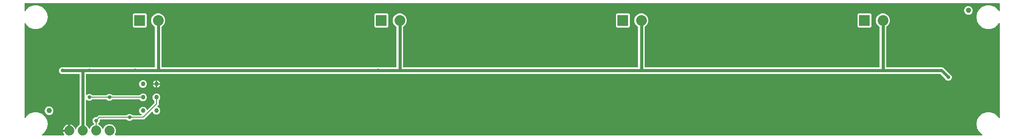
<source format=gbl>
G04 EAGLE Gerber RS-274X export*
G75*
%MOMM*%
%FSLAX34Y34*%
%LPD*%
%INBottom Copper*%
%IPPOS*%
%AMOC8*
5,1,8,0,0,1.08239X$1,22.5*%
G01*
%ADD10C,1.000000*%
%ADD11C,1.879600*%
%ADD12C,0.863600*%
%ADD13R,2.032000X2.032000*%
%ADD14C,2.032000*%
%ADD15C,0.736600*%
%ADD16C,0.203200*%
%ADD17C,0.609600*%

G36*
X78515Y4078D02*
X78515Y4078D01*
X78607Y4081D01*
X78656Y4097D01*
X78706Y4105D01*
X78790Y4142D01*
X78877Y4171D01*
X78919Y4200D01*
X78965Y4221D01*
X79035Y4280D01*
X79111Y4332D01*
X79143Y4372D01*
X79182Y4404D01*
X79233Y4481D01*
X79292Y4552D01*
X79312Y4599D01*
X79340Y4641D01*
X79368Y4729D01*
X79404Y4813D01*
X79410Y4864D01*
X79426Y4912D01*
X79428Y5004D01*
X79439Y5095D01*
X79432Y5146D01*
X79433Y5196D01*
X79410Y5285D01*
X79395Y5376D01*
X79375Y5416D01*
X79361Y5471D01*
X79280Y5608D01*
X79246Y5677D01*
X78689Y6443D01*
X77836Y8117D01*
X77255Y9904D01*
X77134Y10669D01*
X87884Y10669D01*
X87942Y10677D01*
X88000Y10675D01*
X88082Y10697D01*
X88165Y10709D01*
X88219Y10733D01*
X88275Y10747D01*
X88348Y10790D01*
X88425Y10825D01*
X88469Y10863D01*
X88520Y10893D01*
X88577Y10954D01*
X88642Y11009D01*
X88674Y11057D01*
X88714Y11100D01*
X88753Y11175D01*
X88799Y11245D01*
X88817Y11301D01*
X88844Y11353D01*
X88855Y11421D01*
X88885Y11516D01*
X88888Y11616D01*
X88899Y11684D01*
X88899Y12701D01*
X89916Y12701D01*
X89974Y12709D01*
X90032Y12708D01*
X90114Y12729D01*
X90197Y12741D01*
X90251Y12765D01*
X90307Y12779D01*
X90380Y12822D01*
X90457Y12857D01*
X90502Y12895D01*
X90552Y12925D01*
X90610Y12986D01*
X90674Y13041D01*
X90706Y13089D01*
X90746Y13132D01*
X90785Y13207D01*
X90831Y13277D01*
X90849Y13333D01*
X90876Y13385D01*
X90887Y13453D01*
X90917Y13548D01*
X90920Y13648D01*
X90931Y13716D01*
X90931Y24466D01*
X91696Y24345D01*
X93483Y23764D01*
X95157Y22911D01*
X96678Y21806D01*
X98006Y20478D01*
X99111Y18957D01*
X99964Y17283D01*
X100328Y16163D01*
X100358Y16101D01*
X100379Y16035D01*
X100420Y15974D01*
X100453Y15908D01*
X100499Y15857D01*
X100538Y15799D01*
X100594Y15752D01*
X100643Y15697D01*
X100702Y15661D01*
X100755Y15616D01*
X100822Y15586D01*
X100885Y15547D01*
X100952Y15529D01*
X101015Y15501D01*
X101088Y15491D01*
X101159Y15471D01*
X101228Y15471D01*
X101297Y15462D01*
X101369Y15472D01*
X101443Y15473D01*
X101510Y15493D01*
X101578Y15502D01*
X101645Y15533D01*
X101716Y15554D01*
X101774Y15591D01*
X101837Y15620D01*
X101893Y15667D01*
X101955Y15707D01*
X102001Y15759D01*
X102053Y15804D01*
X102086Y15857D01*
X102143Y15921D01*
X102192Y16025D01*
X102231Y16089D01*
X103748Y19751D01*
X107249Y23252D01*
X107576Y23387D01*
X107578Y23388D01*
X107579Y23388D01*
X107697Y23458D01*
X107821Y23532D01*
X107822Y23533D01*
X107824Y23534D01*
X107919Y23635D01*
X108017Y23738D01*
X108017Y23740D01*
X108018Y23741D01*
X108081Y23863D01*
X108147Y23991D01*
X108147Y23993D01*
X108148Y23994D01*
X108150Y24009D01*
X108187Y24194D01*
X108189Y24202D01*
X108189Y24208D01*
X108202Y24270D01*
X108199Y24301D01*
X108203Y24325D01*
X108203Y119888D01*
X108195Y119946D01*
X108197Y120004D01*
X108175Y120086D01*
X108163Y120170D01*
X108140Y120223D01*
X108125Y120279D01*
X108082Y120352D01*
X108047Y120429D01*
X108009Y120474D01*
X107980Y120524D01*
X107918Y120582D01*
X107864Y120646D01*
X107815Y120678D01*
X107772Y120718D01*
X107697Y120757D01*
X107627Y120804D01*
X107571Y120821D01*
X107519Y120848D01*
X107451Y120859D01*
X107356Y120889D01*
X107256Y120892D01*
X107188Y120903D01*
X79274Y120903D01*
X79243Y120899D01*
X79213Y120901D01*
X79136Y120884D01*
X78992Y120863D01*
X78934Y120837D01*
X78885Y120826D01*
X77539Y120268D01*
X74861Y120268D01*
X72387Y121293D01*
X70493Y123187D01*
X69468Y125661D01*
X69468Y128339D01*
X70493Y130813D01*
X72387Y132707D01*
X74861Y133732D01*
X77539Y133732D01*
X78885Y133174D01*
X78915Y133166D01*
X78943Y133152D01*
X79020Y133139D01*
X79161Y133103D01*
X79225Y133105D01*
X79274Y133097D01*
X123926Y133097D01*
X123957Y133101D01*
X123987Y133099D01*
X124064Y133116D01*
X124207Y133137D01*
X124266Y133163D01*
X124315Y133174D01*
X125661Y133732D01*
X128339Y133732D01*
X129685Y133174D01*
X129715Y133166D01*
X129743Y133152D01*
X129820Y133139D01*
X129961Y133103D01*
X130025Y133105D01*
X130074Y133097D01*
X210226Y133097D01*
X210257Y133101D01*
X210287Y133099D01*
X210364Y133116D01*
X210507Y133137D01*
X210566Y133163D01*
X210615Y133174D01*
X211961Y133732D01*
X214639Y133732D01*
X215985Y133174D01*
X216015Y133166D01*
X216043Y133152D01*
X216120Y133139D01*
X216261Y133103D01*
X216325Y133105D01*
X216374Y133097D01*
X250138Y133097D01*
X250196Y133105D01*
X250254Y133103D01*
X250336Y133125D01*
X250420Y133137D01*
X250473Y133160D01*
X250529Y133175D01*
X250602Y133218D01*
X250679Y133253D01*
X250724Y133291D01*
X250774Y133320D01*
X250832Y133382D01*
X250896Y133436D01*
X250928Y133485D01*
X250968Y133528D01*
X251007Y133603D01*
X251054Y133673D01*
X251071Y133729D01*
X251098Y133781D01*
X251109Y133849D01*
X251139Y133944D01*
X251142Y134044D01*
X251153Y134112D01*
X251153Y209800D01*
X251153Y209802D01*
X251153Y209803D01*
X251133Y209943D01*
X251113Y210081D01*
X251113Y210083D01*
X251113Y210084D01*
X251056Y210210D01*
X250997Y210341D01*
X250996Y210342D01*
X250995Y210344D01*
X250904Y210451D01*
X250814Y210558D01*
X250812Y210559D01*
X250811Y210560D01*
X250798Y210568D01*
X250577Y210715D01*
X250548Y210725D01*
X250527Y210738D01*
X249768Y211052D01*
X246052Y214768D01*
X244041Y219623D01*
X244041Y224877D01*
X246052Y229732D01*
X249768Y233448D01*
X254623Y235459D01*
X259877Y235459D01*
X264732Y233448D01*
X268448Y229732D01*
X270459Y224877D01*
X270459Y219623D01*
X268448Y214768D01*
X264732Y211052D01*
X263973Y210738D01*
X263972Y210737D01*
X263971Y210737D01*
X263852Y210667D01*
X263729Y210593D01*
X263728Y210592D01*
X263726Y210591D01*
X263629Y210487D01*
X263533Y210387D01*
X263533Y210385D01*
X263532Y210384D01*
X263467Y210258D01*
X263403Y210134D01*
X263403Y210132D01*
X263402Y210131D01*
X263400Y210116D01*
X263348Y209855D01*
X263351Y209825D01*
X263347Y209800D01*
X263347Y134112D01*
X263355Y134054D01*
X263353Y133996D01*
X263375Y133914D01*
X263387Y133830D01*
X263410Y133777D01*
X263425Y133721D01*
X263468Y133648D01*
X263503Y133571D01*
X263541Y133526D01*
X263570Y133476D01*
X263632Y133418D01*
X263686Y133354D01*
X263735Y133322D01*
X263778Y133282D01*
X263853Y133243D01*
X263923Y133196D01*
X263979Y133179D01*
X264031Y133152D01*
X264099Y133141D01*
X264194Y133111D01*
X264294Y133108D01*
X264362Y133097D01*
X670026Y133097D01*
X670057Y133101D01*
X670087Y133099D01*
X670164Y133116D01*
X670307Y133137D01*
X670366Y133163D01*
X670415Y133174D01*
X671761Y133732D01*
X674439Y133732D01*
X675785Y133174D01*
X675815Y133166D01*
X675843Y133152D01*
X675920Y133139D01*
X676061Y133103D01*
X676125Y133105D01*
X676174Y133097D01*
X707338Y133097D01*
X707396Y133105D01*
X707454Y133103D01*
X707536Y133125D01*
X707620Y133137D01*
X707673Y133160D01*
X707729Y133175D01*
X707802Y133218D01*
X707879Y133253D01*
X707924Y133291D01*
X707974Y133320D01*
X708032Y133382D01*
X708096Y133436D01*
X708128Y133485D01*
X708168Y133528D01*
X708207Y133603D01*
X708254Y133673D01*
X708271Y133729D01*
X708298Y133781D01*
X708309Y133849D01*
X708339Y133944D01*
X708342Y134044D01*
X708353Y134112D01*
X708353Y209800D01*
X708353Y209802D01*
X708353Y209803D01*
X708333Y209943D01*
X708313Y210081D01*
X708313Y210083D01*
X708313Y210084D01*
X708256Y210210D01*
X708197Y210341D01*
X708196Y210342D01*
X708195Y210344D01*
X708104Y210451D01*
X708014Y210558D01*
X708012Y210559D01*
X708011Y210560D01*
X707998Y210568D01*
X707777Y210715D01*
X707748Y210725D01*
X707727Y210738D01*
X706968Y211052D01*
X703252Y214768D01*
X701241Y219623D01*
X701241Y224877D01*
X703252Y229732D01*
X706968Y233448D01*
X711823Y235459D01*
X717077Y235459D01*
X721932Y233448D01*
X725648Y229732D01*
X727659Y224877D01*
X727659Y219623D01*
X725648Y214768D01*
X721932Y211052D01*
X721173Y210738D01*
X721172Y210737D01*
X721171Y210737D01*
X721052Y210667D01*
X720929Y210593D01*
X720928Y210592D01*
X720926Y210591D01*
X720829Y210487D01*
X720733Y210387D01*
X720733Y210385D01*
X720732Y210384D01*
X720667Y210258D01*
X720603Y210134D01*
X720603Y210132D01*
X720602Y210131D01*
X720600Y210116D01*
X720548Y209855D01*
X720551Y209825D01*
X720547Y209800D01*
X720547Y134112D01*
X720555Y134054D01*
X720553Y133996D01*
X720575Y133914D01*
X720587Y133830D01*
X720610Y133777D01*
X720625Y133721D01*
X720668Y133648D01*
X720703Y133571D01*
X720741Y133526D01*
X720770Y133476D01*
X720832Y133418D01*
X720886Y133354D01*
X720935Y133322D01*
X720978Y133282D01*
X721053Y133243D01*
X721123Y133196D01*
X721179Y133179D01*
X721231Y133152D01*
X721299Y133141D01*
X721394Y133111D01*
X721494Y133108D01*
X721562Y133097D01*
X1164538Y133097D01*
X1164596Y133105D01*
X1164654Y133103D01*
X1164736Y133125D01*
X1164820Y133137D01*
X1164873Y133160D01*
X1164929Y133175D01*
X1165002Y133218D01*
X1165079Y133253D01*
X1165124Y133291D01*
X1165174Y133320D01*
X1165232Y133382D01*
X1165296Y133436D01*
X1165328Y133485D01*
X1165368Y133528D01*
X1165407Y133603D01*
X1165454Y133673D01*
X1165471Y133729D01*
X1165498Y133781D01*
X1165509Y133849D01*
X1165539Y133944D01*
X1165542Y134044D01*
X1165553Y134112D01*
X1165553Y209800D01*
X1165553Y209802D01*
X1165553Y209803D01*
X1165533Y209943D01*
X1165513Y210081D01*
X1165513Y210083D01*
X1165513Y210084D01*
X1165456Y210210D01*
X1165397Y210341D01*
X1165396Y210342D01*
X1165395Y210344D01*
X1165304Y210451D01*
X1165214Y210558D01*
X1165212Y210559D01*
X1165211Y210560D01*
X1165198Y210568D01*
X1164977Y210715D01*
X1164948Y210725D01*
X1164927Y210738D01*
X1164168Y211052D01*
X1160452Y214768D01*
X1158441Y219623D01*
X1158441Y224877D01*
X1160452Y229732D01*
X1164168Y233448D01*
X1169023Y235459D01*
X1174277Y235459D01*
X1179132Y233448D01*
X1182848Y229732D01*
X1184859Y224877D01*
X1184859Y219623D01*
X1182848Y214768D01*
X1179132Y211052D01*
X1178373Y210738D01*
X1178372Y210737D01*
X1178371Y210737D01*
X1178252Y210667D01*
X1178129Y210593D01*
X1178128Y210592D01*
X1178126Y210591D01*
X1178029Y210487D01*
X1177933Y210387D01*
X1177933Y210385D01*
X1177932Y210384D01*
X1177867Y210258D01*
X1177803Y210134D01*
X1177803Y210132D01*
X1177802Y210131D01*
X1177800Y210116D01*
X1177748Y209855D01*
X1177751Y209825D01*
X1177747Y209800D01*
X1177747Y134112D01*
X1177755Y134054D01*
X1177753Y133996D01*
X1177775Y133914D01*
X1177787Y133830D01*
X1177810Y133777D01*
X1177825Y133721D01*
X1177868Y133648D01*
X1177903Y133571D01*
X1177941Y133526D01*
X1177970Y133476D01*
X1178032Y133418D01*
X1178086Y133354D01*
X1178135Y133322D01*
X1178178Y133282D01*
X1178253Y133243D01*
X1178323Y133196D01*
X1178379Y133179D01*
X1178431Y133152D01*
X1178499Y133141D01*
X1178594Y133111D01*
X1178694Y133108D01*
X1178762Y133097D01*
X1621738Y133097D01*
X1621796Y133105D01*
X1621854Y133103D01*
X1621936Y133125D01*
X1622020Y133137D01*
X1622073Y133160D01*
X1622129Y133175D01*
X1622202Y133218D01*
X1622279Y133253D01*
X1622324Y133291D01*
X1622374Y133320D01*
X1622432Y133382D01*
X1622496Y133436D01*
X1622528Y133485D01*
X1622568Y133528D01*
X1622607Y133603D01*
X1622654Y133673D01*
X1622671Y133729D01*
X1622698Y133781D01*
X1622709Y133849D01*
X1622739Y133944D01*
X1622742Y134044D01*
X1622753Y134112D01*
X1622753Y209800D01*
X1622753Y209802D01*
X1622753Y209803D01*
X1622733Y209943D01*
X1622713Y210081D01*
X1622713Y210083D01*
X1622713Y210084D01*
X1622656Y210210D01*
X1622597Y210341D01*
X1622596Y210342D01*
X1622595Y210344D01*
X1622504Y210451D01*
X1622414Y210558D01*
X1622412Y210559D01*
X1622411Y210560D01*
X1622398Y210568D01*
X1622177Y210715D01*
X1622148Y210725D01*
X1622127Y210738D01*
X1621368Y211052D01*
X1617652Y214768D01*
X1615641Y219623D01*
X1615641Y224877D01*
X1617652Y229732D01*
X1621368Y233448D01*
X1626223Y235459D01*
X1631477Y235459D01*
X1636332Y233448D01*
X1640048Y229732D01*
X1642059Y224877D01*
X1642059Y219623D01*
X1640048Y214768D01*
X1636332Y211052D01*
X1635573Y210738D01*
X1635572Y210737D01*
X1635571Y210737D01*
X1635452Y210667D01*
X1635329Y210593D01*
X1635328Y210592D01*
X1635326Y210591D01*
X1635229Y210487D01*
X1635133Y210387D01*
X1635133Y210385D01*
X1635132Y210384D01*
X1635067Y210258D01*
X1635003Y210134D01*
X1635003Y210132D01*
X1635002Y210131D01*
X1635000Y210116D01*
X1634948Y209855D01*
X1634951Y209825D01*
X1634947Y209800D01*
X1634947Y134112D01*
X1634955Y134054D01*
X1634953Y133996D01*
X1634975Y133914D01*
X1634987Y133830D01*
X1635010Y133777D01*
X1635025Y133721D01*
X1635068Y133648D01*
X1635103Y133571D01*
X1635141Y133526D01*
X1635170Y133476D01*
X1635232Y133418D01*
X1635286Y133354D01*
X1635335Y133322D01*
X1635378Y133282D01*
X1635453Y133243D01*
X1635523Y133196D01*
X1635579Y133179D01*
X1635631Y133152D01*
X1635699Y133141D01*
X1635794Y133111D01*
X1635894Y133108D01*
X1635962Y133097D01*
X1741113Y133097D01*
X1743354Y132169D01*
X1754737Y120785D01*
X1754762Y120766D01*
X1754782Y120743D01*
X1754849Y120701D01*
X1754965Y120614D01*
X1755025Y120591D01*
X1755067Y120565D01*
X1756413Y120007D01*
X1758307Y118113D01*
X1759332Y115639D01*
X1759332Y112961D01*
X1758307Y110487D01*
X1756413Y108593D01*
X1753939Y107568D01*
X1751261Y107568D01*
X1748787Y108593D01*
X1746893Y110487D01*
X1746335Y111833D01*
X1746320Y111860D01*
X1746310Y111889D01*
X1746265Y111953D01*
X1746191Y112078D01*
X1746144Y112122D01*
X1746115Y112163D01*
X1737672Y120606D01*
X1737602Y120658D01*
X1737538Y120718D01*
X1737489Y120744D01*
X1737445Y120777D01*
X1737363Y120808D01*
X1737285Y120848D01*
X1737238Y120856D01*
X1737179Y120878D01*
X1737031Y120890D01*
X1736954Y120903D01*
X676174Y120903D01*
X676143Y120899D01*
X676113Y120901D01*
X676036Y120884D01*
X675893Y120863D01*
X675834Y120837D01*
X675785Y120826D01*
X674439Y120268D01*
X671761Y120268D01*
X670415Y120826D01*
X670385Y120834D01*
X670357Y120848D01*
X670280Y120861D01*
X670139Y120897D01*
X670075Y120895D01*
X670026Y120903D01*
X216374Y120903D01*
X216343Y120899D01*
X216313Y120901D01*
X216236Y120884D01*
X216093Y120863D01*
X216034Y120837D01*
X215985Y120826D01*
X214639Y120268D01*
X211961Y120268D01*
X210615Y120826D01*
X210585Y120834D01*
X210557Y120848D01*
X210480Y120861D01*
X210339Y120897D01*
X210275Y120895D01*
X210226Y120903D01*
X130074Y120903D01*
X130043Y120899D01*
X130013Y120901D01*
X129936Y120884D01*
X129793Y120863D01*
X129734Y120837D01*
X129685Y120826D01*
X128339Y120268D01*
X125661Y120268D01*
X124315Y120826D01*
X124285Y120834D01*
X124257Y120848D01*
X124180Y120861D01*
X124039Y120897D01*
X123975Y120895D01*
X123926Y120903D01*
X121412Y120903D01*
X121354Y120895D01*
X121296Y120897D01*
X121214Y120875D01*
X121130Y120863D01*
X121077Y120840D01*
X121021Y120825D01*
X120948Y120782D01*
X120871Y120747D01*
X120826Y120709D01*
X120776Y120680D01*
X120718Y120618D01*
X120654Y120564D01*
X120622Y120515D01*
X120582Y120472D01*
X120543Y120397D01*
X120496Y120327D01*
X120479Y120271D01*
X120452Y120219D01*
X120441Y120151D01*
X120411Y120056D01*
X120408Y119956D01*
X120397Y119888D01*
X120397Y81568D01*
X120401Y81539D01*
X120398Y81510D01*
X120421Y81399D01*
X120437Y81286D01*
X120449Y81260D01*
X120454Y81231D01*
X120507Y81130D01*
X120553Y81027D01*
X120572Y81005D01*
X120585Y80979D01*
X120663Y80896D01*
X120736Y80810D01*
X120761Y80794D01*
X120781Y80772D01*
X120879Y80715D01*
X120973Y80652D01*
X121001Y80643D01*
X121026Y80629D01*
X121136Y80601D01*
X121244Y80567D01*
X121274Y80566D01*
X121302Y80559D01*
X121415Y80562D01*
X121528Y80559D01*
X121557Y80567D01*
X121586Y80568D01*
X121694Y80603D01*
X121803Y80631D01*
X121829Y80646D01*
X121857Y80655D01*
X121921Y80701D01*
X122048Y80776D01*
X122091Y80822D01*
X122130Y80850D01*
X123187Y81907D01*
X125661Y82932D01*
X128339Y82932D01*
X130813Y81907D01*
X132158Y80562D01*
X132228Y80510D01*
X132292Y80450D01*
X132341Y80424D01*
X132385Y80391D01*
X132467Y80360D01*
X132545Y80320D01*
X132592Y80312D01*
X132651Y80290D01*
X132799Y80278D01*
X132876Y80265D01*
X159224Y80265D01*
X159311Y80277D01*
X159398Y80280D01*
X159451Y80297D01*
X159506Y80305D01*
X159585Y80340D01*
X159669Y80367D01*
X159708Y80395D01*
X159765Y80421D01*
X159878Y80517D01*
X159942Y80562D01*
X161287Y81907D01*
X163761Y82932D01*
X166439Y82932D01*
X168913Y81907D01*
X170258Y80562D01*
X170328Y80510D01*
X170392Y80450D01*
X170441Y80424D01*
X170485Y80391D01*
X170567Y80360D01*
X170645Y80320D01*
X170692Y80312D01*
X170751Y80290D01*
X170899Y80278D01*
X170976Y80265D01*
X221826Y80265D01*
X221913Y80277D01*
X222000Y80280D01*
X222053Y80297D01*
X222108Y80305D01*
X222187Y80340D01*
X222271Y80367D01*
X222310Y80395D01*
X222367Y80421D01*
X222480Y80517D01*
X222544Y80562D01*
X224427Y82445D01*
X227135Y83567D01*
X230065Y83567D01*
X232773Y82445D01*
X234845Y80373D01*
X235967Y77665D01*
X235967Y74735D01*
X234845Y72027D01*
X232773Y69955D01*
X230065Y68833D01*
X227135Y68833D01*
X224427Y69955D01*
X222544Y71838D01*
X222474Y71890D01*
X222410Y71950D01*
X222361Y71976D01*
X222317Y72009D01*
X222235Y72040D01*
X222157Y72080D01*
X222110Y72088D01*
X222051Y72110D01*
X221903Y72122D01*
X221826Y72135D01*
X170976Y72135D01*
X170889Y72123D01*
X170802Y72120D01*
X170749Y72103D01*
X170694Y72095D01*
X170615Y72060D01*
X170531Y72033D01*
X170492Y72005D01*
X170435Y71979D01*
X170322Y71883D01*
X170258Y71838D01*
X168913Y70493D01*
X166439Y69468D01*
X163761Y69468D01*
X161287Y70493D01*
X159942Y71838D01*
X159872Y71890D01*
X159808Y71950D01*
X159759Y71976D01*
X159715Y72009D01*
X159633Y72040D01*
X159555Y72080D01*
X159508Y72088D01*
X159449Y72110D01*
X159301Y72122D01*
X159224Y72135D01*
X132876Y72135D01*
X132789Y72123D01*
X132702Y72120D01*
X132649Y72103D01*
X132594Y72095D01*
X132515Y72060D01*
X132431Y72033D01*
X132392Y72005D01*
X132335Y71979D01*
X132222Y71883D01*
X132158Y71838D01*
X130813Y70493D01*
X128339Y69468D01*
X125661Y69468D01*
X123187Y70493D01*
X122130Y71550D01*
X122106Y71568D01*
X122087Y71590D01*
X121993Y71653D01*
X121903Y71721D01*
X121875Y71731D01*
X121851Y71748D01*
X121743Y71782D01*
X121637Y71822D01*
X121608Y71825D01*
X121580Y71833D01*
X121466Y71836D01*
X121354Y71846D01*
X121325Y71840D01*
X121296Y71841D01*
X121186Y71812D01*
X121075Y71790D01*
X121049Y71776D01*
X121021Y71769D01*
X120923Y71711D01*
X120823Y71659D01*
X120801Y71639D01*
X120776Y71624D01*
X120699Y71541D01*
X120617Y71463D01*
X120602Y71438D01*
X120582Y71416D01*
X120530Y71315D01*
X120473Y71218D01*
X120466Y71189D01*
X120452Y71163D01*
X120439Y71086D01*
X120403Y70942D01*
X120405Y70880D01*
X120397Y70832D01*
X120397Y24325D01*
X120397Y24324D01*
X120397Y24322D01*
X120404Y24272D01*
X120403Y24253D01*
X120411Y24226D01*
X120417Y24180D01*
X120437Y24044D01*
X120437Y24042D01*
X120437Y24041D01*
X120495Y23913D01*
X120553Y23784D01*
X120554Y23783D01*
X120555Y23782D01*
X120645Y23675D01*
X120736Y23567D01*
X120738Y23566D01*
X120739Y23565D01*
X120752Y23557D01*
X120973Y23410D01*
X121002Y23400D01*
X121024Y23387D01*
X121351Y23252D01*
X124852Y19751D01*
X126062Y16829D01*
X126077Y16804D01*
X126086Y16776D01*
X126149Y16681D01*
X126207Y16584D01*
X126228Y16564D01*
X126244Y16539D01*
X126331Y16466D01*
X126413Y16389D01*
X126439Y16375D01*
X126462Y16356D01*
X126565Y16310D01*
X126666Y16259D01*
X126695Y16253D01*
X126722Y16241D01*
X126834Y16225D01*
X126945Y16204D01*
X126974Y16206D01*
X127003Y16202D01*
X127115Y16218D01*
X127228Y16228D01*
X127255Y16239D01*
X127285Y16243D01*
X127388Y16289D01*
X127493Y16330D01*
X127517Y16348D01*
X127544Y16360D01*
X127630Y16433D01*
X127720Y16502D01*
X127738Y16525D01*
X127760Y16544D01*
X127802Y16611D01*
X127890Y16729D01*
X127912Y16788D01*
X127938Y16829D01*
X129148Y19751D01*
X132649Y23252D01*
X135009Y24229D01*
X135010Y24230D01*
X135011Y24230D01*
X135132Y24302D01*
X135253Y24373D01*
X135254Y24375D01*
X135256Y24375D01*
X135353Y24479D01*
X135449Y24580D01*
X135449Y24582D01*
X135450Y24583D01*
X135515Y24708D01*
X135579Y24833D01*
X135579Y24834D01*
X135580Y24836D01*
X135582Y24851D01*
X135634Y25112D01*
X135631Y25142D01*
X135635Y25167D01*
X135635Y25874D01*
X135623Y25961D01*
X135620Y26048D01*
X135603Y26101D01*
X135595Y26156D01*
X135560Y26235D01*
X135533Y26319D01*
X135505Y26358D01*
X135479Y26415D01*
X135383Y26528D01*
X135338Y26592D01*
X133993Y27937D01*
X132968Y30411D01*
X132968Y33089D01*
X133993Y35563D01*
X135887Y37457D01*
X138361Y38482D01*
X140263Y38482D01*
X140349Y38494D01*
X140437Y38497D01*
X140489Y38514D01*
X140544Y38522D01*
X140624Y38557D01*
X140707Y38584D01*
X140747Y38612D01*
X140804Y38638D01*
X140917Y38734D01*
X140981Y38779D01*
X144366Y42165D01*
X197324Y42165D01*
X197411Y42177D01*
X197498Y42180D01*
X197551Y42197D01*
X197606Y42205D01*
X197685Y42240D01*
X197769Y42267D01*
X197808Y42295D01*
X197865Y42321D01*
X197978Y42417D01*
X198042Y42462D01*
X199387Y43807D01*
X201861Y44832D01*
X204539Y44832D01*
X207013Y43807D01*
X208358Y42462D01*
X208428Y42410D01*
X208492Y42350D01*
X208541Y42324D01*
X208585Y42291D01*
X208667Y42260D01*
X208745Y42220D01*
X208792Y42212D01*
X208851Y42190D01*
X208999Y42178D01*
X209076Y42165D01*
X225093Y42165D01*
X225178Y42177D01*
X225264Y42179D01*
X225318Y42197D01*
X225375Y42205D01*
X225453Y42240D01*
X225535Y42266D01*
X225582Y42298D01*
X225634Y42321D01*
X225700Y42376D01*
X225771Y42424D01*
X225808Y42468D01*
X225851Y42504D01*
X225899Y42576D01*
X225954Y42642D01*
X225977Y42694D01*
X226009Y42741D01*
X226035Y42823D01*
X226070Y42902D01*
X226077Y42958D01*
X226095Y43012D01*
X226097Y43098D01*
X226109Y43183D01*
X226100Y43239D01*
X226102Y43296D01*
X226080Y43379D01*
X226068Y43465D01*
X226044Y43516D01*
X226030Y43571D01*
X225986Y43645D01*
X225951Y43724D01*
X225914Y43767D01*
X225885Y43816D01*
X225822Y43875D01*
X225766Y43940D01*
X225725Y43966D01*
X225677Y44010D01*
X225548Y44076D01*
X225482Y44118D01*
X224427Y44555D01*
X222355Y46627D01*
X221233Y49335D01*
X221233Y52265D01*
X222355Y54973D01*
X224427Y57045D01*
X227135Y58167D01*
X230065Y58167D01*
X232773Y57045D01*
X234845Y54973D01*
X235693Y52926D01*
X235751Y52828D01*
X235804Y52726D01*
X235823Y52706D01*
X235837Y52682D01*
X235921Y52603D01*
X236000Y52520D01*
X236024Y52505D01*
X236044Y52486D01*
X236146Y52434D01*
X236245Y52376D01*
X236272Y52369D01*
X236297Y52356D01*
X236410Y52334D01*
X236521Y52306D01*
X236548Y52307D01*
X236576Y52301D01*
X236690Y52311D01*
X236805Y52315D01*
X236831Y52323D01*
X236859Y52326D01*
X236966Y52367D01*
X237075Y52402D01*
X237096Y52417D01*
X237124Y52428D01*
X237337Y52588D01*
X237349Y52597D01*
X249638Y64886D01*
X249690Y64956D01*
X249750Y65020D01*
X249776Y65069D01*
X249809Y65113D01*
X249840Y65195D01*
X249880Y65273D01*
X249888Y65321D01*
X249910Y65379D01*
X249922Y65527D01*
X249935Y65604D01*
X249935Y69426D01*
X249923Y69513D01*
X249920Y69600D01*
X249903Y69653D01*
X249895Y69708D01*
X249860Y69787D01*
X249833Y69871D01*
X249805Y69910D01*
X249779Y69967D01*
X249683Y70080D01*
X249638Y70144D01*
X247755Y72027D01*
X246633Y74735D01*
X246633Y77665D01*
X247755Y80373D01*
X249827Y82445D01*
X252535Y83567D01*
X255465Y83567D01*
X258173Y82445D01*
X260245Y80373D01*
X261367Y77665D01*
X261367Y74735D01*
X260245Y72027D01*
X258362Y70144D01*
X258310Y70074D01*
X258250Y70010D01*
X258224Y69961D01*
X258191Y69917D01*
X258160Y69835D01*
X258120Y69757D01*
X258112Y69710D01*
X258090Y69651D01*
X258078Y69503D01*
X258065Y69426D01*
X258065Y61816D01*
X255797Y59549D01*
X255728Y59457D01*
X255654Y59369D01*
X255643Y59344D01*
X255626Y59322D01*
X255585Y59214D01*
X255539Y59109D01*
X255535Y59082D01*
X255525Y59056D01*
X255516Y58942D01*
X255500Y58828D01*
X255504Y58800D01*
X255501Y58773D01*
X255524Y58660D01*
X255540Y58546D01*
X255552Y58521D01*
X255557Y58494D01*
X255610Y58392D01*
X255658Y58287D01*
X255676Y58266D01*
X255688Y58242D01*
X255767Y58158D01*
X255842Y58071D01*
X255863Y58058D01*
X255884Y58035D01*
X256113Y57901D01*
X256126Y57893D01*
X258173Y57045D01*
X260245Y54973D01*
X261367Y52265D01*
X261367Y49335D01*
X260245Y46627D01*
X258173Y44555D01*
X255465Y43433D01*
X252535Y43433D01*
X249827Y44555D01*
X247755Y46627D01*
X246907Y48674D01*
X246849Y48772D01*
X246796Y48874D01*
X246777Y48894D01*
X246763Y48918D01*
X246679Y48997D01*
X246600Y49080D01*
X246576Y49095D01*
X246556Y49114D01*
X246454Y49166D01*
X246355Y49224D01*
X246328Y49231D01*
X246303Y49244D01*
X246190Y49266D01*
X246079Y49294D01*
X246052Y49293D01*
X246024Y49299D01*
X245910Y49289D01*
X245795Y49285D01*
X245769Y49277D01*
X245741Y49274D01*
X245634Y49233D01*
X245525Y49198D01*
X245504Y49183D01*
X245476Y49172D01*
X245263Y49012D01*
X245251Y49003D01*
X232962Y36714D01*
X230284Y34035D01*
X209076Y34035D01*
X208989Y34023D01*
X208902Y34020D01*
X208849Y34003D01*
X208794Y33995D01*
X208715Y33960D01*
X208631Y33933D01*
X208592Y33905D01*
X208535Y33879D01*
X208422Y33783D01*
X208358Y33738D01*
X207013Y32393D01*
X204539Y31368D01*
X201861Y31368D01*
X199387Y32393D01*
X198042Y33738D01*
X197972Y33790D01*
X197908Y33850D01*
X197859Y33876D01*
X197815Y33909D01*
X197733Y33940D01*
X197655Y33980D01*
X197608Y33988D01*
X197549Y34010D01*
X197401Y34022D01*
X197324Y34035D01*
X148154Y34035D01*
X148068Y34023D01*
X147980Y34020D01*
X147928Y34003D01*
X147873Y33995D01*
X147793Y33960D01*
X147710Y33933D01*
X147670Y33905D01*
X147613Y33879D01*
X147500Y33783D01*
X147436Y33738D01*
X146729Y33031D01*
X146677Y32961D01*
X146617Y32897D01*
X146591Y32848D01*
X146558Y32803D01*
X146527Y32722D01*
X146487Y32644D01*
X146479Y32596D01*
X146457Y32538D01*
X146445Y32390D01*
X146432Y32313D01*
X146432Y30411D01*
X145407Y27937D01*
X144062Y26592D01*
X144010Y26522D01*
X143950Y26458D01*
X143924Y26409D01*
X143891Y26365D01*
X143860Y26283D01*
X143820Y26205D01*
X143812Y26158D01*
X143790Y26099D01*
X143778Y25951D01*
X143765Y25874D01*
X143765Y25167D01*
X143765Y25165D01*
X143765Y25164D01*
X143785Y25024D01*
X143805Y24885D01*
X143805Y24884D01*
X143805Y24882D01*
X143862Y24757D01*
X143921Y24626D01*
X143922Y24625D01*
X143923Y24623D01*
X144014Y24516D01*
X144104Y24409D01*
X144106Y24408D01*
X144107Y24407D01*
X144120Y24399D01*
X144341Y24251D01*
X144370Y24242D01*
X144391Y24229D01*
X146751Y23252D01*
X150252Y19751D01*
X151462Y16829D01*
X151477Y16804D01*
X151486Y16776D01*
X151549Y16681D01*
X151607Y16584D01*
X151628Y16564D01*
X151644Y16539D01*
X151731Y16466D01*
X151813Y16389D01*
X151839Y16375D01*
X151862Y16356D01*
X151965Y16310D01*
X152066Y16259D01*
X152095Y16253D01*
X152122Y16241D01*
X152234Y16225D01*
X152345Y16204D01*
X152374Y16206D01*
X152403Y16202D01*
X152515Y16218D01*
X152628Y16228D01*
X152655Y16239D01*
X152685Y16243D01*
X152788Y16289D01*
X152893Y16330D01*
X152917Y16348D01*
X152944Y16360D01*
X153030Y16433D01*
X153120Y16502D01*
X153138Y16525D01*
X153160Y16544D01*
X153202Y16611D01*
X153290Y16729D01*
X153312Y16788D01*
X153338Y16829D01*
X154548Y19751D01*
X158049Y23252D01*
X162624Y25147D01*
X167576Y25147D01*
X172151Y23252D01*
X175652Y19751D01*
X177547Y15176D01*
X177547Y10224D01*
X175577Y5469D01*
X175548Y5357D01*
X175514Y5248D01*
X175513Y5220D01*
X175506Y5193D01*
X175509Y5079D01*
X175506Y4964D01*
X175513Y4937D01*
X175514Y4909D01*
X175549Y4800D01*
X175578Y4689D01*
X175592Y4665D01*
X175601Y4638D01*
X175665Y4543D01*
X175723Y4444D01*
X175744Y4425D01*
X175759Y4402D01*
X175847Y4328D01*
X175931Y4250D01*
X175955Y4237D01*
X175977Y4219D01*
X176081Y4173D01*
X176184Y4120D01*
X176208Y4116D01*
X176236Y4104D01*
X176500Y4067D01*
X176515Y4065D01*
X1816267Y4065D01*
X1816340Y4075D01*
X1816414Y4075D01*
X1816480Y4095D01*
X1816549Y4105D01*
X1816616Y4135D01*
X1816686Y4155D01*
X1816745Y4192D01*
X1816808Y4221D01*
X1816864Y4268D01*
X1816926Y4308D01*
X1816972Y4360D01*
X1817025Y4404D01*
X1817066Y4466D01*
X1817115Y4521D01*
X1817144Y4583D01*
X1817183Y4641D01*
X1817205Y4711D01*
X1817236Y4778D01*
X1817248Y4846D01*
X1817268Y4912D01*
X1817270Y4986D01*
X1817282Y5058D01*
X1817274Y5127D01*
X1817276Y5196D01*
X1817257Y5267D01*
X1817248Y5341D01*
X1817221Y5404D01*
X1817204Y5471D01*
X1817166Y5535D01*
X1817138Y5602D01*
X1817099Y5647D01*
X1817059Y5716D01*
X1816969Y5800D01*
X1816920Y5858D01*
X1811215Y10644D01*
X1807229Y17549D01*
X1805845Y25400D01*
X1807229Y33251D01*
X1811215Y40155D01*
X1817322Y45280D01*
X1824814Y48007D01*
X1832786Y48007D01*
X1840278Y45280D01*
X1846385Y40156D01*
X1848050Y37272D01*
X1848062Y37257D01*
X1848069Y37239D01*
X1848149Y37145D01*
X1848225Y37048D01*
X1848241Y37037D01*
X1848253Y37022D01*
X1848355Y36954D01*
X1848455Y36882D01*
X1848474Y36875D01*
X1848490Y36865D01*
X1848607Y36827D01*
X1848723Y36786D01*
X1848742Y36785D01*
X1848761Y36779D01*
X1848884Y36775D01*
X1849006Y36768D01*
X1849025Y36772D01*
X1849045Y36771D01*
X1849164Y36802D01*
X1849284Y36829D01*
X1849301Y36838D01*
X1849320Y36843D01*
X1849425Y36906D01*
X1849534Y36965D01*
X1849548Y36978D01*
X1849564Y36988D01*
X1849648Y37078D01*
X1849736Y37164D01*
X1849746Y37181D01*
X1849759Y37196D01*
X1849815Y37305D01*
X1849875Y37412D01*
X1849880Y37431D01*
X1849888Y37449D01*
X1849901Y37521D01*
X1849940Y37689D01*
X1849937Y37740D01*
X1849944Y37780D01*
X1849985Y216291D01*
X1849983Y216311D01*
X1849985Y216331D01*
X1849979Y216364D01*
X1849979Y216368D01*
X1849976Y216379D01*
X1849963Y216452D01*
X1849946Y216573D01*
X1849938Y216591D01*
X1849934Y216610D01*
X1849879Y216721D01*
X1849829Y216832D01*
X1849817Y216848D01*
X1849808Y216865D01*
X1849725Y216956D01*
X1849646Y217049D01*
X1849629Y217060D01*
X1849616Y217075D01*
X1849511Y217139D01*
X1849409Y217207D01*
X1849391Y217213D01*
X1849374Y217223D01*
X1849255Y217256D01*
X1849138Y217293D01*
X1849118Y217293D01*
X1849100Y217299D01*
X1848977Y217297D01*
X1848854Y217300D01*
X1848835Y217295D01*
X1848815Y217295D01*
X1848697Y217260D01*
X1848579Y217229D01*
X1848562Y217219D01*
X1848543Y217213D01*
X1848440Y217146D01*
X1848334Y217083D01*
X1848321Y217069D01*
X1848304Y217058D01*
X1848258Y217001D01*
X1848140Y216876D01*
X1848117Y216831D01*
X1848091Y216799D01*
X1846385Y213844D01*
X1840278Y208720D01*
X1832786Y205993D01*
X1824814Y205993D01*
X1817322Y208720D01*
X1811215Y213844D01*
X1807229Y220749D01*
X1805845Y228600D01*
X1807229Y236451D01*
X1811215Y243355D01*
X1817322Y248480D01*
X1824814Y251207D01*
X1832786Y251207D01*
X1840278Y248480D01*
X1846385Y243356D01*
X1848097Y240391D01*
X1848109Y240376D01*
X1848117Y240358D01*
X1848196Y240263D01*
X1848272Y240167D01*
X1848288Y240156D01*
X1848300Y240141D01*
X1848402Y240072D01*
X1848502Y240000D01*
X1848521Y239994D01*
X1848537Y239983D01*
X1848654Y239946D01*
X1848770Y239904D01*
X1848789Y239903D01*
X1848808Y239897D01*
X1848931Y239894D01*
X1849053Y239886D01*
X1849072Y239890D01*
X1849092Y239890D01*
X1849211Y239921D01*
X1849331Y239947D01*
X1849348Y239957D01*
X1849367Y239962D01*
X1849473Y240024D01*
X1849581Y240083D01*
X1849595Y240097D01*
X1849611Y240107D01*
X1849696Y240197D01*
X1849783Y240283D01*
X1849793Y240300D01*
X1849806Y240314D01*
X1849862Y240424D01*
X1849922Y240531D01*
X1849927Y240550D01*
X1849936Y240567D01*
X1849948Y240640D01*
X1849987Y240808D01*
X1849984Y240859D01*
X1849991Y240898D01*
X1849994Y254000D01*
X1849986Y254058D01*
X1849987Y254116D01*
X1849966Y254198D01*
X1849954Y254281D01*
X1849930Y254335D01*
X1849916Y254391D01*
X1849873Y254464D01*
X1849838Y254541D01*
X1849800Y254586D01*
X1849770Y254636D01*
X1849709Y254693D01*
X1849655Y254758D01*
X1849606Y254790D01*
X1849563Y254830D01*
X1849488Y254869D01*
X1849418Y254915D01*
X1849362Y254933D01*
X1849310Y254960D01*
X1849242Y254971D01*
X1849147Y255001D01*
X1849047Y255004D01*
X1848979Y255015D01*
X5080Y255015D01*
X5022Y255007D01*
X4964Y255009D01*
X4882Y254987D01*
X4798Y254975D01*
X4745Y254952D01*
X4689Y254937D01*
X4616Y254894D01*
X4539Y254859D01*
X4494Y254821D01*
X4444Y254792D01*
X4386Y254730D01*
X4322Y254676D01*
X4290Y254627D01*
X4250Y254584D01*
X4211Y254509D01*
X4164Y254439D01*
X4147Y254383D01*
X4120Y254331D01*
X4109Y254263D01*
X4079Y254168D01*
X4076Y254068D01*
X4065Y254000D01*
X4065Y240649D01*
X4067Y240629D01*
X4065Y240610D01*
X4087Y240489D01*
X4105Y240367D01*
X4113Y240349D01*
X4116Y240330D01*
X4171Y240220D01*
X4221Y240108D01*
X4233Y240093D01*
X4242Y240075D01*
X4325Y239984D01*
X4404Y239891D01*
X4421Y239880D01*
X4434Y239865D01*
X4539Y239801D01*
X4641Y239733D01*
X4660Y239727D01*
X4676Y239717D01*
X4795Y239684D01*
X4912Y239647D01*
X4932Y239647D01*
X4951Y239642D01*
X5073Y239643D01*
X5196Y239640D01*
X5215Y239645D01*
X5235Y239645D01*
X5353Y239681D01*
X5471Y239712D01*
X5488Y239722D01*
X5507Y239728D01*
X5610Y239794D01*
X5716Y239857D01*
X5729Y239871D01*
X5746Y239882D01*
X5792Y239939D01*
X5910Y240064D01*
X5934Y240110D01*
X5959Y240141D01*
X7815Y243356D01*
X13922Y248480D01*
X21414Y251207D01*
X29386Y251207D01*
X36878Y248480D01*
X42985Y243356D01*
X46971Y236451D01*
X48355Y228600D01*
X46971Y220749D01*
X42985Y213845D01*
X36878Y208720D01*
X29386Y205993D01*
X21414Y205993D01*
X13922Y208720D01*
X7815Y213844D01*
X5959Y217059D01*
X5947Y217074D01*
X5939Y217092D01*
X5860Y217186D01*
X5784Y217283D01*
X5768Y217294D01*
X5755Y217309D01*
X5653Y217378D01*
X5554Y217449D01*
X5535Y217456D01*
X5519Y217467D01*
X5401Y217504D01*
X5286Y217546D01*
X5266Y217547D01*
X5248Y217553D01*
X5125Y217556D01*
X5002Y217564D01*
X4983Y217559D01*
X4964Y217560D01*
X4845Y217529D01*
X4725Y217502D01*
X4707Y217493D01*
X4689Y217488D01*
X4583Y217426D01*
X4475Y217367D01*
X4461Y217353D01*
X4444Y217343D01*
X4360Y217253D01*
X4273Y217167D01*
X4263Y217150D01*
X4250Y217136D01*
X4194Y217026D01*
X4134Y216919D01*
X4129Y216900D01*
X4120Y216882D01*
X4108Y216810D01*
X4069Y216642D01*
X4071Y216591D01*
X4065Y216551D01*
X4065Y37449D01*
X4067Y37429D01*
X4065Y37410D01*
X4087Y37289D01*
X4105Y37167D01*
X4113Y37149D01*
X4116Y37130D01*
X4171Y37020D01*
X4221Y36908D01*
X4233Y36893D01*
X4242Y36875D01*
X4325Y36784D01*
X4404Y36691D01*
X4421Y36680D01*
X4434Y36665D01*
X4539Y36601D01*
X4641Y36533D01*
X4660Y36527D01*
X4676Y36517D01*
X4795Y36484D01*
X4912Y36447D01*
X4932Y36447D01*
X4951Y36442D01*
X5073Y36443D01*
X5196Y36440D01*
X5215Y36445D01*
X5235Y36445D01*
X5353Y36481D01*
X5471Y36512D01*
X5488Y36522D01*
X5507Y36528D01*
X5610Y36594D01*
X5716Y36657D01*
X5729Y36671D01*
X5746Y36682D01*
X5792Y36739D01*
X5910Y36864D01*
X5934Y36910D01*
X5959Y36941D01*
X7815Y40156D01*
X13922Y45280D01*
X21414Y48007D01*
X29386Y48007D01*
X36878Y45280D01*
X42985Y40156D01*
X46971Y33251D01*
X48355Y25400D01*
X46971Y17549D01*
X42985Y10645D01*
X37280Y5858D01*
X37231Y5803D01*
X37175Y5755D01*
X37136Y5698D01*
X37090Y5646D01*
X37058Y5580D01*
X37017Y5519D01*
X36996Y5453D01*
X36966Y5390D01*
X36954Y5318D01*
X36932Y5248D01*
X36930Y5179D01*
X36918Y5110D01*
X36926Y5037D01*
X36924Y4964D01*
X36942Y4897D01*
X36949Y4828D01*
X36977Y4760D01*
X36996Y4689D01*
X37031Y4629D01*
X37058Y4565D01*
X37104Y4507D01*
X37141Y4444D01*
X37192Y4397D01*
X37235Y4343D01*
X37295Y4300D01*
X37349Y4250D01*
X37410Y4218D01*
X37467Y4178D01*
X37536Y4154D01*
X37602Y4120D01*
X37660Y4110D01*
X37735Y4084D01*
X37857Y4077D01*
X37933Y4065D01*
X78424Y4065D01*
X78515Y4078D01*
G37*
%LPC*%
G36*
X1582427Y209041D02*
X1582427Y209041D01*
X1580641Y210827D01*
X1580641Y233673D01*
X1582427Y235459D01*
X1605273Y235459D01*
X1607059Y233673D01*
X1607059Y210827D01*
X1605273Y209041D01*
X1582427Y209041D01*
G37*
%LPD*%
%LPC*%
G36*
X1125227Y209041D02*
X1125227Y209041D01*
X1123441Y210827D01*
X1123441Y233673D01*
X1125227Y235459D01*
X1148073Y235459D01*
X1149859Y233673D01*
X1149859Y210827D01*
X1148073Y209041D01*
X1125227Y209041D01*
G37*
%LPD*%
%LPC*%
G36*
X668027Y209041D02*
X668027Y209041D01*
X666241Y210827D01*
X666241Y233673D01*
X668027Y235459D01*
X690873Y235459D01*
X692659Y233673D01*
X692659Y210827D01*
X690873Y209041D01*
X668027Y209041D01*
G37*
%LPD*%
%LPC*%
G36*
X210827Y209041D02*
X210827Y209041D01*
X209041Y210827D01*
X209041Y233673D01*
X210827Y235459D01*
X233673Y235459D01*
X235459Y233673D01*
X235459Y210827D01*
X233673Y209041D01*
X210827Y209041D01*
G37*
%LPD*%
%LPC*%
G36*
X1789099Y233251D02*
X1789099Y233251D01*
X1786141Y234477D01*
X1783877Y236741D01*
X1782651Y239699D01*
X1782651Y242901D01*
X1783877Y245859D01*
X1786141Y248123D01*
X1789099Y249349D01*
X1792301Y249349D01*
X1795259Y248123D01*
X1797523Y245859D01*
X1798749Y242901D01*
X1798749Y239699D01*
X1797523Y236741D01*
X1795259Y234477D01*
X1792301Y233251D01*
X1789099Y233251D01*
G37*
%LPD*%
%LPC*%
G36*
X49199Y42751D02*
X49199Y42751D01*
X46241Y43977D01*
X43977Y46241D01*
X42751Y49199D01*
X42751Y52401D01*
X43977Y55359D01*
X46241Y57623D01*
X49199Y58849D01*
X52401Y58849D01*
X55359Y57623D01*
X57623Y55359D01*
X58849Y52401D01*
X58849Y49199D01*
X57623Y46241D01*
X55359Y43977D01*
X52401Y42751D01*
X49199Y42751D01*
G37*
%LPD*%
%LPC*%
G36*
X227135Y94233D02*
X227135Y94233D01*
X224427Y95355D01*
X222355Y97427D01*
X221233Y100135D01*
X221233Y103065D01*
X222355Y105773D01*
X224427Y107845D01*
X227135Y108967D01*
X230065Y108967D01*
X232773Y107845D01*
X234845Y105773D01*
X235967Y103065D01*
X235967Y100135D01*
X234845Y97427D01*
X232773Y95355D01*
X230065Y94233D01*
X227135Y94233D01*
G37*
%LPD*%
%LPC*%
G36*
X77134Y14731D02*
X77134Y14731D01*
X77255Y15496D01*
X77836Y17283D01*
X78689Y18957D01*
X79794Y20478D01*
X81122Y21806D01*
X82643Y22911D01*
X84317Y23764D01*
X86104Y24345D01*
X86869Y24466D01*
X86869Y14731D01*
X77134Y14731D01*
G37*
%LPD*%
%LPC*%
G36*
X255269Y102869D02*
X255269Y102869D01*
X255269Y108341D01*
X256001Y108195D01*
X257249Y107678D01*
X258372Y106927D01*
X259327Y105972D01*
X260078Y104849D01*
X260595Y103601D01*
X260741Y102869D01*
X255269Y102869D01*
G37*
%LPD*%
%LPC*%
G36*
X247259Y102869D02*
X247259Y102869D01*
X247405Y103601D01*
X247922Y104849D01*
X248673Y105972D01*
X249628Y106927D01*
X250751Y107678D01*
X251999Y108195D01*
X252731Y108341D01*
X252731Y102869D01*
X247259Y102869D01*
G37*
%LPD*%
%LPC*%
G36*
X255269Y100331D02*
X255269Y100331D01*
X260741Y100331D01*
X260595Y99599D01*
X260078Y98351D01*
X259327Y97228D01*
X258372Y96273D01*
X257249Y95522D01*
X256001Y95005D01*
X255269Y94859D01*
X255269Y100331D01*
G37*
%LPD*%
%LPC*%
G36*
X251999Y95005D02*
X251999Y95005D01*
X250751Y95522D01*
X249628Y96273D01*
X248673Y97228D01*
X247922Y98351D01*
X247405Y99599D01*
X247259Y100331D01*
X252731Y100331D01*
X252731Y94859D01*
X251999Y95005D01*
G37*
%LPD*%
D10*
X1790700Y241300D03*
X50800Y50800D03*
D11*
X165100Y12700D03*
X139700Y12700D03*
X114300Y12700D03*
X88900Y12700D03*
D12*
X228600Y50800D03*
X254000Y50800D03*
X228600Y76200D03*
X254000Y76200D03*
X228600Y101600D03*
X254000Y101600D03*
D13*
X1136650Y222250D03*
D14*
X1171650Y222250D03*
D13*
X1593850Y222250D03*
D14*
X1628850Y222250D03*
D13*
X679450Y222250D03*
D14*
X714450Y222250D03*
D13*
X222250Y222250D03*
D14*
X257250Y222250D03*
D15*
X177800Y152400D03*
X279400Y139700D03*
X241300Y88900D03*
X622300Y152400D03*
X1104900Y165100D03*
X990600Y38100D03*
X736600Y76200D03*
X1574800Y165100D03*
X1778000Y88900D03*
X203200Y38100D03*
D16*
X146050Y38100D01*
X139700Y31750D02*
X139700Y12700D01*
X139700Y31750D02*
X146050Y38100D01*
X254000Y63500D02*
X254000Y76200D01*
X254000Y63500D02*
X228600Y38100D01*
X203200Y38100D01*
D15*
X139700Y31750D03*
D16*
X165100Y76200D02*
X228600Y76200D01*
D15*
X165100Y76200D03*
X127000Y76200D03*
D16*
X165100Y76200D01*
D15*
X76200Y127000D03*
D17*
X114300Y127000D01*
X127000Y127000D01*
X213300Y127000D01*
X257810Y127000D01*
X673100Y127000D01*
X716280Y127000D01*
X1171650Y127000D01*
X1628140Y127000D01*
X1739900Y127000D01*
X1752600Y114300D01*
D15*
X1752600Y114300D03*
D17*
X1171650Y127000D02*
X1171650Y222250D01*
X1628850Y222250D02*
X1628850Y127710D01*
X1628140Y127000D01*
X714450Y128830D02*
X714450Y222250D01*
X714450Y128830D02*
X716280Y127000D01*
X257250Y127560D02*
X257250Y222250D01*
X257250Y127560D02*
X257810Y127000D01*
D15*
X213300Y127000D03*
X673100Y127000D03*
X127000Y127000D03*
D17*
X114300Y127000D02*
X114300Y12700D01*
M02*

</source>
